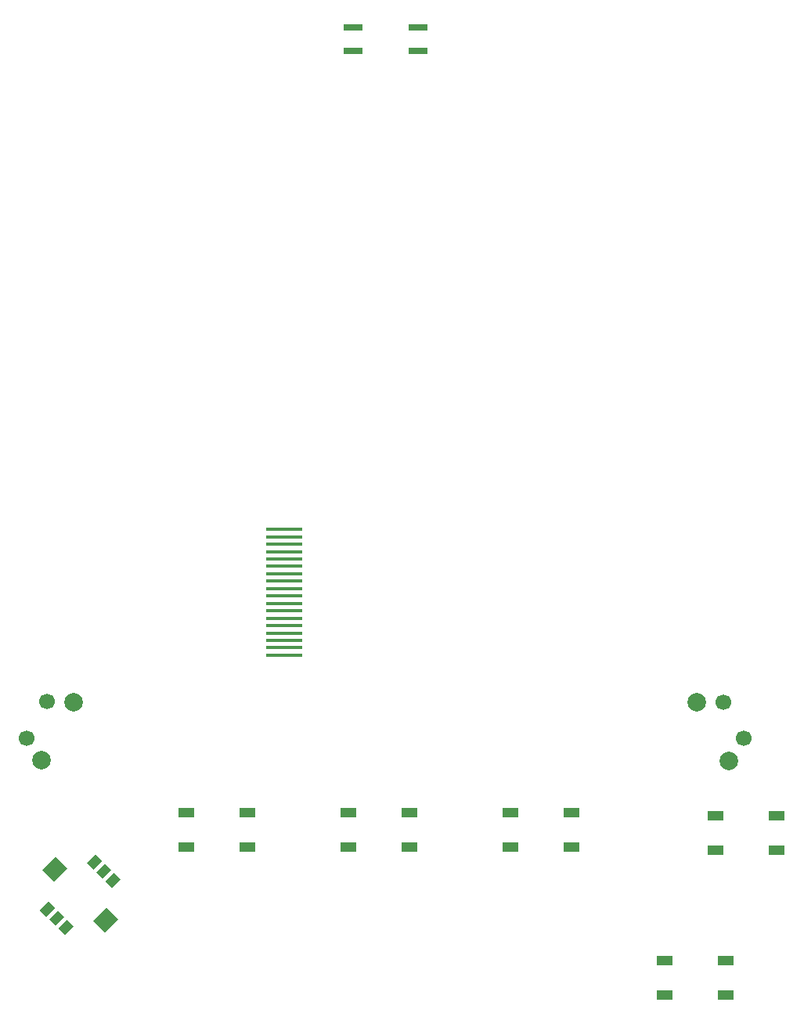
<source format=gbr>
%TF.GenerationSoftware,KiCad,Pcbnew,(5.1.10-1-10_14)*%
%TF.CreationDate,2021-08-27T15:48:04+02:00*%
%TF.ProjectId,OOO2021_Badge,4f4f4f32-3032-4315-9f42-616467652e6b,rev?*%
%TF.SameCoordinates,Original*%
%TF.FileFunction,Paste,Top*%
%TF.FilePolarity,Positive*%
%FSLAX46Y46*%
G04 Gerber Fmt 4.6, Leading zero omitted, Abs format (unit mm)*
G04 Created by KiCad (PCBNEW (5.1.10-1-10_14)) date 2021-08-27 15:48:04*
%MOMM*%
%LPD*%
G01*
G04 APERTURE LIST*
%ADD10R,2.000000X0.800000*%
%ADD11C,0.100000*%
%ADD12R,4.000000X0.400000*%
%ADD13R,1.700000X1.000000*%
%ADD14C,2.000000*%
%ADD15C,1.700000*%
G04 APERTURE END LIST*
D10*
%TO.C,U4*%
X97000000Y-73230000D03*
X97000000Y-75770000D03*
X90000000Y-75770000D03*
X90000000Y-73230000D03*
%TD*%
D11*
%TO.C,U14*%
G36*
X63137005Y-171101219D02*
G01*
X61864213Y-169828427D01*
X63278427Y-168414213D01*
X64551219Y-169687005D01*
X63137005Y-171101219D01*
G37*
G36*
X57621573Y-165585787D02*
G01*
X56348781Y-164312995D01*
X57762995Y-162898781D01*
X59035787Y-164171573D01*
X57621573Y-165585787D01*
G37*
G36*
X61881891Y-164295316D02*
G01*
X61174785Y-163588210D01*
X62129379Y-162633616D01*
X62836485Y-163340722D01*
X61881891Y-164295316D01*
G37*
G36*
X62871840Y-165285266D02*
G01*
X62164734Y-164578160D01*
X63119328Y-163623566D01*
X63826434Y-164330672D01*
X62871840Y-165285266D01*
G37*
G36*
X63861790Y-166275215D02*
G01*
X63154684Y-165568109D01*
X64109278Y-164613515D01*
X64816384Y-165320621D01*
X63861790Y-166275215D01*
G37*
G36*
X58770621Y-171366384D02*
G01*
X58063515Y-170659278D01*
X59018109Y-169704684D01*
X59725215Y-170411790D01*
X58770621Y-171366384D01*
G37*
G36*
X57780672Y-170376434D02*
G01*
X57073566Y-169669328D01*
X58028160Y-168714734D01*
X58735266Y-169421840D01*
X57780672Y-170376434D01*
G37*
G36*
X56790722Y-169386485D02*
G01*
X56083616Y-168679379D01*
X57038210Y-167724785D01*
X57745316Y-168431891D01*
X56790722Y-169386485D01*
G37*
%TD*%
D12*
%TO.C,LCD1*%
X82500000Y-141100000D03*
X82500000Y-140300000D03*
X82500000Y-127500000D03*
X82500000Y-128300000D03*
X82500000Y-139500000D03*
X82500000Y-138700000D03*
X82500000Y-137900000D03*
X82500000Y-137100000D03*
X82500000Y-136300000D03*
X82500000Y-135500000D03*
X82500000Y-129100000D03*
X82500000Y-129900000D03*
X82500000Y-130700000D03*
X82500000Y-131500000D03*
X82500000Y-132300000D03*
X82500000Y-133100000D03*
X82500000Y-134700000D03*
X82500000Y-133900000D03*
%TD*%
D13*
%TO.C,SW8*%
X96050000Y-161850000D03*
X89450000Y-161850000D03*
X96050000Y-158150000D03*
X89450000Y-158151000D03*
%TD*%
%TO.C,SW7*%
X113550000Y-161850000D03*
X106950000Y-161850000D03*
X113550000Y-158150000D03*
X106950000Y-158151000D03*
%TD*%
%TO.C,SW6*%
X78550000Y-161850000D03*
X71950000Y-161850000D03*
X78550000Y-158150000D03*
X71950000Y-158151000D03*
%TD*%
%TO.C,SW5*%
X130300000Y-177850000D03*
X123700000Y-177850000D03*
X130300000Y-174150000D03*
X123700000Y-174151000D03*
%TD*%
%TO.C,SW4*%
X135800000Y-162200000D03*
X129200000Y-162200000D03*
X135800000Y-158500000D03*
X129200000Y-158501000D03*
%TD*%
D14*
%TO.C,SW10*%
X127143918Y-146217077D03*
X130634548Y-152514339D03*
D15*
X132201589Y-150102186D03*
X130019945Y-146166397D03*
%TD*%
D14*
%TO.C,SW9*%
X56265452Y-152464339D03*
X59756082Y-146167077D03*
D15*
X56880055Y-146116397D03*
X54698411Y-150052186D03*
%TD*%
M02*

</source>
